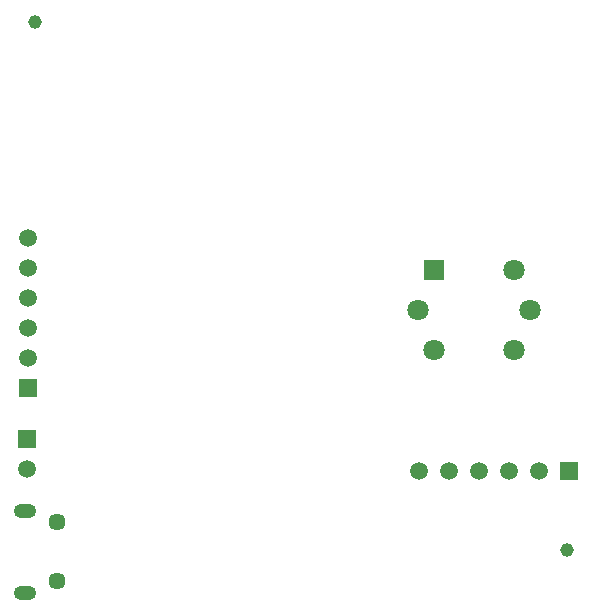
<source format=gbr>
%TF.GenerationSoftware,Altium Limited,Altium Designer,21.4.1 (30)*%
G04 Layer_Color=255*
%FSLAX26Y26*%
%MOIN*%
%TF.SameCoordinates,1ED331C9-AAA6-4E36-89CA-E609260C48EE*%
%TF.FilePolarity,Positive*%
%TF.FileFunction,Pads,Bot*%
%TF.Part,Single*%
G01*
G75*
%TA.AperFunction,WasherPad*%
%ADD30C,0.045354*%
%TA.AperFunction,ComponentPad*%
%ADD31R,0.059055X0.059055*%
%ADD32C,0.059055*%
%ADD33C,0.070866*%
%ADD34R,0.070866X0.070866*%
%ADD35O,0.074803X0.047244*%
%ADD36C,0.057087*%
%ADD37R,0.059055X0.059055*%
D30*
X2580709Y307087D02*
D03*
X807087Y2066929D02*
D03*
D31*
X783465Y847244D02*
D03*
X780000Y675000D02*
D03*
D32*
X783465Y947244D02*
D03*
Y1047244D02*
D03*
Y1147244D02*
D03*
Y1247244D02*
D03*
Y1347244D02*
D03*
X780000Y575000D02*
D03*
X2488347Y568582D02*
D03*
X2388347D02*
D03*
X2288347D02*
D03*
X2188347D02*
D03*
X2088347D02*
D03*
D33*
X2401929Y1238543D02*
D03*
X2456693Y1106299D02*
D03*
X2401929Y974055D02*
D03*
X2137441D02*
D03*
X2082677Y1106299D02*
D03*
D34*
X2137441Y1238543D02*
D03*
D35*
X774685Y161614D02*
D03*
Y437205D02*
D03*
D36*
X880984Y200984D02*
D03*
Y397835D02*
D03*
D37*
X2588347Y568582D02*
D03*
%TF.MD5,72db496089149b17641556df0e23455d*%
M02*

</source>
